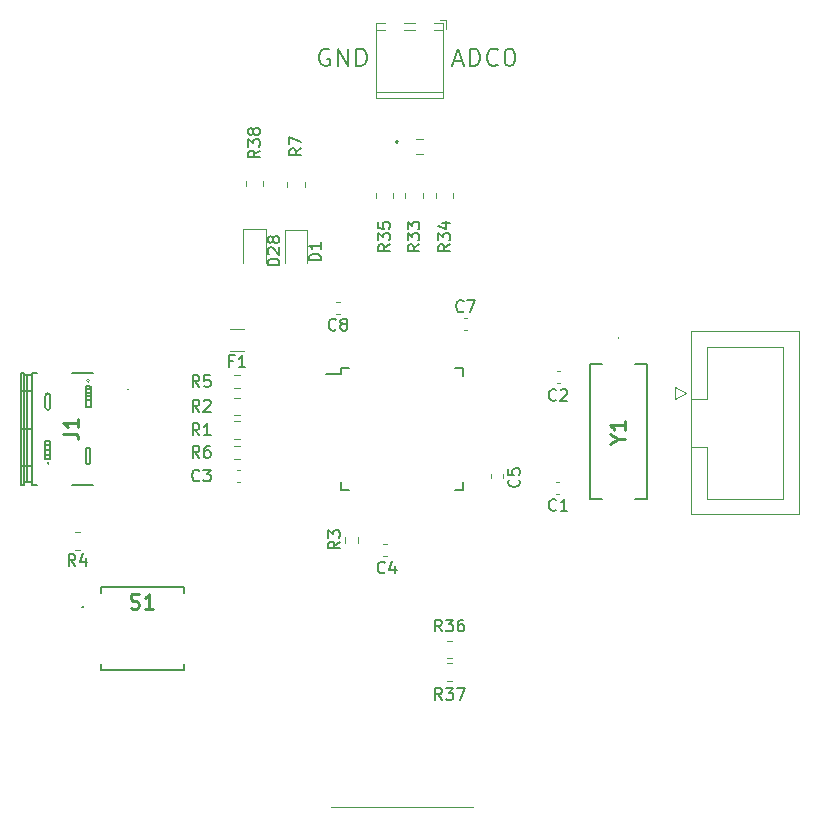
<source format=gbr>
%TF.GenerationSoftware,KiCad,Pcbnew,7.0.6-7.0.6~ubuntu20.04.1*%
%TF.CreationDate,2023-07-18T17:21:29-05:00*%
%TF.ProjectId,basic_microcontroller,62617369-635f-46d6-9963-726f636f6e74,rev?*%
%TF.SameCoordinates,Original*%
%TF.FileFunction,Legend,Top*%
%TF.FilePolarity,Positive*%
%FSLAX46Y46*%
G04 Gerber Fmt 4.6, Leading zero omitted, Abs format (unit mm)*
G04 Created by KiCad (PCBNEW 7.0.6-7.0.6~ubuntu20.04.1) date 2023-07-18 17:21:29*
%MOMM*%
%LPD*%
G01*
G04 APERTURE LIST*
%ADD10C,0.150000*%
%ADD11C,0.254000*%
%ADD12C,0.120000*%
%ADD13C,0.200000*%
%ADD14C,0.100000*%
G04 APERTURE END LIST*
D10*
X154384398Y-68880057D02*
X155098684Y-68880057D01*
X154241541Y-69308628D02*
X154741541Y-67808628D01*
X154741541Y-67808628D02*
X155241541Y-69308628D01*
X155741540Y-69308628D02*
X155741540Y-67808628D01*
X155741540Y-67808628D02*
X156098683Y-67808628D01*
X156098683Y-67808628D02*
X156312969Y-67880057D01*
X156312969Y-67880057D02*
X156455826Y-68022914D01*
X156455826Y-68022914D02*
X156527255Y-68165771D01*
X156527255Y-68165771D02*
X156598683Y-68451485D01*
X156598683Y-68451485D02*
X156598683Y-68665771D01*
X156598683Y-68665771D02*
X156527255Y-68951485D01*
X156527255Y-68951485D02*
X156455826Y-69094342D01*
X156455826Y-69094342D02*
X156312969Y-69237200D01*
X156312969Y-69237200D02*
X156098683Y-69308628D01*
X156098683Y-69308628D02*
X155741540Y-69308628D01*
X158098683Y-69165771D02*
X158027255Y-69237200D01*
X158027255Y-69237200D02*
X157812969Y-69308628D01*
X157812969Y-69308628D02*
X157670112Y-69308628D01*
X157670112Y-69308628D02*
X157455826Y-69237200D01*
X157455826Y-69237200D02*
X157312969Y-69094342D01*
X157312969Y-69094342D02*
X157241540Y-68951485D01*
X157241540Y-68951485D02*
X157170112Y-68665771D01*
X157170112Y-68665771D02*
X157170112Y-68451485D01*
X157170112Y-68451485D02*
X157241540Y-68165771D01*
X157241540Y-68165771D02*
X157312969Y-68022914D01*
X157312969Y-68022914D02*
X157455826Y-67880057D01*
X157455826Y-67880057D02*
X157670112Y-67808628D01*
X157670112Y-67808628D02*
X157812969Y-67808628D01*
X157812969Y-67808628D02*
X158027255Y-67880057D01*
X158027255Y-67880057D02*
X158098683Y-67951485D01*
X159027255Y-67808628D02*
X159170112Y-67808628D01*
X159170112Y-67808628D02*
X159312969Y-67880057D01*
X159312969Y-67880057D02*
X159384398Y-67951485D01*
X159384398Y-67951485D02*
X159455826Y-68094342D01*
X159455826Y-68094342D02*
X159527255Y-68380057D01*
X159527255Y-68380057D02*
X159527255Y-68737200D01*
X159527255Y-68737200D02*
X159455826Y-69022914D01*
X159455826Y-69022914D02*
X159384398Y-69165771D01*
X159384398Y-69165771D02*
X159312969Y-69237200D01*
X159312969Y-69237200D02*
X159170112Y-69308628D01*
X159170112Y-69308628D02*
X159027255Y-69308628D01*
X159027255Y-69308628D02*
X158884398Y-69237200D01*
X158884398Y-69237200D02*
X158812969Y-69165771D01*
X158812969Y-69165771D02*
X158741540Y-69022914D01*
X158741540Y-69022914D02*
X158670112Y-68737200D01*
X158670112Y-68737200D02*
X158670112Y-68380057D01*
X158670112Y-68380057D02*
X158741540Y-68094342D01*
X158741540Y-68094342D02*
X158812969Y-67951485D01*
X158812969Y-67951485D02*
X158884398Y-67880057D01*
X158884398Y-67880057D02*
X159027255Y-67808628D01*
X143841541Y-67880057D02*
X143698684Y-67808628D01*
X143698684Y-67808628D02*
X143484398Y-67808628D01*
X143484398Y-67808628D02*
X143270112Y-67880057D01*
X143270112Y-67880057D02*
X143127255Y-68022914D01*
X143127255Y-68022914D02*
X143055826Y-68165771D01*
X143055826Y-68165771D02*
X142984398Y-68451485D01*
X142984398Y-68451485D02*
X142984398Y-68665771D01*
X142984398Y-68665771D02*
X143055826Y-68951485D01*
X143055826Y-68951485D02*
X143127255Y-69094342D01*
X143127255Y-69094342D02*
X143270112Y-69237200D01*
X143270112Y-69237200D02*
X143484398Y-69308628D01*
X143484398Y-69308628D02*
X143627255Y-69308628D01*
X143627255Y-69308628D02*
X143841541Y-69237200D01*
X143841541Y-69237200D02*
X143912969Y-69165771D01*
X143912969Y-69165771D02*
X143912969Y-68665771D01*
X143912969Y-68665771D02*
X143627255Y-68665771D01*
X144555826Y-69308628D02*
X144555826Y-67808628D01*
X144555826Y-67808628D02*
X145412969Y-69308628D01*
X145412969Y-69308628D02*
X145412969Y-67808628D01*
X146127255Y-69308628D02*
X146127255Y-67808628D01*
X146127255Y-67808628D02*
X146484398Y-67808628D01*
X146484398Y-67808628D02*
X146698684Y-67880057D01*
X146698684Y-67880057D02*
X146841541Y-68022914D01*
X146841541Y-68022914D02*
X146912970Y-68165771D01*
X146912970Y-68165771D02*
X146984398Y-68451485D01*
X146984398Y-68451485D02*
X146984398Y-68665771D01*
X146984398Y-68665771D02*
X146912970Y-68951485D01*
X146912970Y-68951485D02*
X146841541Y-69094342D01*
X146841541Y-69094342D02*
X146698684Y-69237200D01*
X146698684Y-69237200D02*
X146484398Y-69308628D01*
X146484398Y-69308628D02*
X146127255Y-69308628D01*
X144724819Y-109566666D02*
X144248628Y-109899999D01*
X144724819Y-110138094D02*
X143724819Y-110138094D01*
X143724819Y-110138094D02*
X143724819Y-109757142D01*
X143724819Y-109757142D02*
X143772438Y-109661904D01*
X143772438Y-109661904D02*
X143820057Y-109614285D01*
X143820057Y-109614285D02*
X143915295Y-109566666D01*
X143915295Y-109566666D02*
X144058152Y-109566666D01*
X144058152Y-109566666D02*
X144153390Y-109614285D01*
X144153390Y-109614285D02*
X144201009Y-109661904D01*
X144201009Y-109661904D02*
X144248628Y-109757142D01*
X144248628Y-109757142D02*
X144248628Y-110138094D01*
X143724819Y-109233332D02*
X143724819Y-108614285D01*
X143724819Y-108614285D02*
X144105771Y-108947618D01*
X144105771Y-108947618D02*
X144105771Y-108804761D01*
X144105771Y-108804761D02*
X144153390Y-108709523D01*
X144153390Y-108709523D02*
X144201009Y-108661904D01*
X144201009Y-108661904D02*
X144296247Y-108614285D01*
X144296247Y-108614285D02*
X144534342Y-108614285D01*
X144534342Y-108614285D02*
X144629580Y-108661904D01*
X144629580Y-108661904D02*
X144677200Y-108709523D01*
X144677200Y-108709523D02*
X144724819Y-108804761D01*
X144724819Y-108804761D02*
X144724819Y-109090475D01*
X144724819Y-109090475D02*
X144677200Y-109185713D01*
X144677200Y-109185713D02*
X144629580Y-109233332D01*
X144395833Y-91589580D02*
X144348214Y-91637200D01*
X144348214Y-91637200D02*
X144205357Y-91684819D01*
X144205357Y-91684819D02*
X144110119Y-91684819D01*
X144110119Y-91684819D02*
X143967262Y-91637200D01*
X143967262Y-91637200D02*
X143872024Y-91541961D01*
X143872024Y-91541961D02*
X143824405Y-91446723D01*
X143824405Y-91446723D02*
X143776786Y-91256247D01*
X143776786Y-91256247D02*
X143776786Y-91113390D01*
X143776786Y-91113390D02*
X143824405Y-90922914D01*
X143824405Y-90922914D02*
X143872024Y-90827676D01*
X143872024Y-90827676D02*
X143967262Y-90732438D01*
X143967262Y-90732438D02*
X144110119Y-90684819D01*
X144110119Y-90684819D02*
X144205357Y-90684819D01*
X144205357Y-90684819D02*
X144348214Y-90732438D01*
X144348214Y-90732438D02*
X144395833Y-90780057D01*
X144967262Y-91113390D02*
X144872024Y-91065771D01*
X144872024Y-91065771D02*
X144824405Y-91018152D01*
X144824405Y-91018152D02*
X144776786Y-90922914D01*
X144776786Y-90922914D02*
X144776786Y-90875295D01*
X144776786Y-90875295D02*
X144824405Y-90780057D01*
X144824405Y-90780057D02*
X144872024Y-90732438D01*
X144872024Y-90732438D02*
X144967262Y-90684819D01*
X144967262Y-90684819D02*
X145157738Y-90684819D01*
X145157738Y-90684819D02*
X145252976Y-90732438D01*
X145252976Y-90732438D02*
X145300595Y-90780057D01*
X145300595Y-90780057D02*
X145348214Y-90875295D01*
X145348214Y-90875295D02*
X145348214Y-90922914D01*
X145348214Y-90922914D02*
X145300595Y-91018152D01*
X145300595Y-91018152D02*
X145252976Y-91065771D01*
X145252976Y-91065771D02*
X145157738Y-91113390D01*
X145157738Y-91113390D02*
X144967262Y-91113390D01*
X144967262Y-91113390D02*
X144872024Y-91161009D01*
X144872024Y-91161009D02*
X144824405Y-91208628D01*
X144824405Y-91208628D02*
X144776786Y-91303866D01*
X144776786Y-91303866D02*
X144776786Y-91494342D01*
X144776786Y-91494342D02*
X144824405Y-91589580D01*
X144824405Y-91589580D02*
X144872024Y-91637200D01*
X144872024Y-91637200D02*
X144967262Y-91684819D01*
X144967262Y-91684819D02*
X145157738Y-91684819D01*
X145157738Y-91684819D02*
X145252976Y-91637200D01*
X145252976Y-91637200D02*
X145300595Y-91589580D01*
X145300595Y-91589580D02*
X145348214Y-91494342D01*
X145348214Y-91494342D02*
X145348214Y-91303866D01*
X145348214Y-91303866D02*
X145300595Y-91208628D01*
X145300595Y-91208628D02*
X145252976Y-91161009D01*
X145252976Y-91161009D02*
X145157738Y-91113390D01*
X132833333Y-102454819D02*
X132500000Y-101978628D01*
X132261905Y-102454819D02*
X132261905Y-101454819D01*
X132261905Y-101454819D02*
X132642857Y-101454819D01*
X132642857Y-101454819D02*
X132738095Y-101502438D01*
X132738095Y-101502438D02*
X132785714Y-101550057D01*
X132785714Y-101550057D02*
X132833333Y-101645295D01*
X132833333Y-101645295D02*
X132833333Y-101788152D01*
X132833333Y-101788152D02*
X132785714Y-101883390D01*
X132785714Y-101883390D02*
X132738095Y-101931009D01*
X132738095Y-101931009D02*
X132642857Y-101978628D01*
X132642857Y-101978628D02*
X132261905Y-101978628D01*
X133690476Y-101454819D02*
X133500000Y-101454819D01*
X133500000Y-101454819D02*
X133404762Y-101502438D01*
X133404762Y-101502438D02*
X133357143Y-101550057D01*
X133357143Y-101550057D02*
X133261905Y-101692914D01*
X133261905Y-101692914D02*
X133214286Y-101883390D01*
X133214286Y-101883390D02*
X133214286Y-102264342D01*
X133214286Y-102264342D02*
X133261905Y-102359580D01*
X133261905Y-102359580D02*
X133309524Y-102407200D01*
X133309524Y-102407200D02*
X133404762Y-102454819D01*
X133404762Y-102454819D02*
X133595238Y-102454819D01*
X133595238Y-102454819D02*
X133690476Y-102407200D01*
X133690476Y-102407200D02*
X133738095Y-102359580D01*
X133738095Y-102359580D02*
X133785714Y-102264342D01*
X133785714Y-102264342D02*
X133785714Y-102026247D01*
X133785714Y-102026247D02*
X133738095Y-101931009D01*
X133738095Y-101931009D02*
X133690476Y-101883390D01*
X133690476Y-101883390D02*
X133595238Y-101835771D01*
X133595238Y-101835771D02*
X133404762Y-101835771D01*
X133404762Y-101835771D02*
X133309524Y-101883390D01*
X133309524Y-101883390D02*
X133261905Y-101931009D01*
X133261905Y-101931009D02*
X133214286Y-102026247D01*
X132833333Y-96454819D02*
X132500000Y-95978628D01*
X132261905Y-96454819D02*
X132261905Y-95454819D01*
X132261905Y-95454819D02*
X132642857Y-95454819D01*
X132642857Y-95454819D02*
X132738095Y-95502438D01*
X132738095Y-95502438D02*
X132785714Y-95550057D01*
X132785714Y-95550057D02*
X132833333Y-95645295D01*
X132833333Y-95645295D02*
X132833333Y-95788152D01*
X132833333Y-95788152D02*
X132785714Y-95883390D01*
X132785714Y-95883390D02*
X132738095Y-95931009D01*
X132738095Y-95931009D02*
X132642857Y-95978628D01*
X132642857Y-95978628D02*
X132261905Y-95978628D01*
X133738095Y-95454819D02*
X133261905Y-95454819D01*
X133261905Y-95454819D02*
X133214286Y-95931009D01*
X133214286Y-95931009D02*
X133261905Y-95883390D01*
X133261905Y-95883390D02*
X133357143Y-95835771D01*
X133357143Y-95835771D02*
X133595238Y-95835771D01*
X133595238Y-95835771D02*
X133690476Y-95883390D01*
X133690476Y-95883390D02*
X133738095Y-95931009D01*
X133738095Y-95931009D02*
X133785714Y-96026247D01*
X133785714Y-96026247D02*
X133785714Y-96264342D01*
X133785714Y-96264342D02*
X133738095Y-96359580D01*
X133738095Y-96359580D02*
X133690476Y-96407200D01*
X133690476Y-96407200D02*
X133595238Y-96454819D01*
X133595238Y-96454819D02*
X133357143Y-96454819D01*
X133357143Y-96454819D02*
X133261905Y-96407200D01*
X133261905Y-96407200D02*
X133214286Y-96359580D01*
X135666666Y-94251009D02*
X135333333Y-94251009D01*
X135333333Y-94774819D02*
X135333333Y-93774819D01*
X135333333Y-93774819D02*
X135809523Y-93774819D01*
X136714285Y-94774819D02*
X136142857Y-94774819D01*
X136428571Y-94774819D02*
X136428571Y-93774819D01*
X136428571Y-93774819D02*
X136333333Y-93917676D01*
X136333333Y-93917676D02*
X136238095Y-94012914D01*
X136238095Y-94012914D02*
X136142857Y-94060533D01*
X148954819Y-84392857D02*
X148478628Y-84726190D01*
X148954819Y-84964285D02*
X147954819Y-84964285D01*
X147954819Y-84964285D02*
X147954819Y-84583333D01*
X147954819Y-84583333D02*
X148002438Y-84488095D01*
X148002438Y-84488095D02*
X148050057Y-84440476D01*
X148050057Y-84440476D02*
X148145295Y-84392857D01*
X148145295Y-84392857D02*
X148288152Y-84392857D01*
X148288152Y-84392857D02*
X148383390Y-84440476D01*
X148383390Y-84440476D02*
X148431009Y-84488095D01*
X148431009Y-84488095D02*
X148478628Y-84583333D01*
X148478628Y-84583333D02*
X148478628Y-84964285D01*
X147954819Y-84059523D02*
X147954819Y-83440476D01*
X147954819Y-83440476D02*
X148335771Y-83773809D01*
X148335771Y-83773809D02*
X148335771Y-83630952D01*
X148335771Y-83630952D02*
X148383390Y-83535714D01*
X148383390Y-83535714D02*
X148431009Y-83488095D01*
X148431009Y-83488095D02*
X148526247Y-83440476D01*
X148526247Y-83440476D02*
X148764342Y-83440476D01*
X148764342Y-83440476D02*
X148859580Y-83488095D01*
X148859580Y-83488095D02*
X148907200Y-83535714D01*
X148907200Y-83535714D02*
X148954819Y-83630952D01*
X148954819Y-83630952D02*
X148954819Y-83916666D01*
X148954819Y-83916666D02*
X148907200Y-84011904D01*
X148907200Y-84011904D02*
X148859580Y-84059523D01*
X147954819Y-82535714D02*
X147954819Y-83011904D01*
X147954819Y-83011904D02*
X148431009Y-83059523D01*
X148431009Y-83059523D02*
X148383390Y-83011904D01*
X148383390Y-83011904D02*
X148335771Y-82916666D01*
X148335771Y-82916666D02*
X148335771Y-82678571D01*
X148335771Y-82678571D02*
X148383390Y-82583333D01*
X148383390Y-82583333D02*
X148431009Y-82535714D01*
X148431009Y-82535714D02*
X148526247Y-82488095D01*
X148526247Y-82488095D02*
X148764342Y-82488095D01*
X148764342Y-82488095D02*
X148859580Y-82535714D01*
X148859580Y-82535714D02*
X148907200Y-82583333D01*
X148907200Y-82583333D02*
X148954819Y-82678571D01*
X148954819Y-82678571D02*
X148954819Y-82916666D01*
X148954819Y-82916666D02*
X148907200Y-83011904D01*
X148907200Y-83011904D02*
X148859580Y-83059523D01*
D11*
X127002380Y-115163842D02*
X127183809Y-115224318D01*
X127183809Y-115224318D02*
X127486190Y-115224318D01*
X127486190Y-115224318D02*
X127607142Y-115163842D01*
X127607142Y-115163842D02*
X127667618Y-115103365D01*
X127667618Y-115103365D02*
X127728095Y-114982413D01*
X127728095Y-114982413D02*
X127728095Y-114861461D01*
X127728095Y-114861461D02*
X127667618Y-114740508D01*
X127667618Y-114740508D02*
X127607142Y-114680032D01*
X127607142Y-114680032D02*
X127486190Y-114619556D01*
X127486190Y-114619556D02*
X127244285Y-114559080D01*
X127244285Y-114559080D02*
X127123333Y-114498603D01*
X127123333Y-114498603D02*
X127062856Y-114438127D01*
X127062856Y-114438127D02*
X127002380Y-114317175D01*
X127002380Y-114317175D02*
X127002380Y-114196222D01*
X127002380Y-114196222D02*
X127062856Y-114075270D01*
X127062856Y-114075270D02*
X127123333Y-114014794D01*
X127123333Y-114014794D02*
X127244285Y-113954318D01*
X127244285Y-113954318D02*
X127546666Y-113954318D01*
X127546666Y-113954318D02*
X127728095Y-114014794D01*
X128937619Y-115224318D02*
X128211904Y-115224318D01*
X128574761Y-115224318D02*
X128574761Y-113954318D01*
X128574761Y-113954318D02*
X128453809Y-114135746D01*
X128453809Y-114135746D02*
X128332857Y-114256699D01*
X128332857Y-114256699D02*
X128211904Y-114317175D01*
D10*
X132833333Y-100554819D02*
X132500000Y-100078628D01*
X132261905Y-100554819D02*
X132261905Y-99554819D01*
X132261905Y-99554819D02*
X132642857Y-99554819D01*
X132642857Y-99554819D02*
X132738095Y-99602438D01*
X132738095Y-99602438D02*
X132785714Y-99650057D01*
X132785714Y-99650057D02*
X132833333Y-99745295D01*
X132833333Y-99745295D02*
X132833333Y-99888152D01*
X132833333Y-99888152D02*
X132785714Y-99983390D01*
X132785714Y-99983390D02*
X132738095Y-100031009D01*
X132738095Y-100031009D02*
X132642857Y-100078628D01*
X132642857Y-100078628D02*
X132261905Y-100078628D01*
X133785714Y-100554819D02*
X133214286Y-100554819D01*
X133500000Y-100554819D02*
X133500000Y-99554819D01*
X133500000Y-99554819D02*
X133404762Y-99697676D01*
X133404762Y-99697676D02*
X133309524Y-99792914D01*
X133309524Y-99792914D02*
X133214286Y-99840533D01*
X153357142Y-122954819D02*
X153023809Y-122478628D01*
X152785714Y-122954819D02*
X152785714Y-121954819D01*
X152785714Y-121954819D02*
X153166666Y-121954819D01*
X153166666Y-121954819D02*
X153261904Y-122002438D01*
X153261904Y-122002438D02*
X153309523Y-122050057D01*
X153309523Y-122050057D02*
X153357142Y-122145295D01*
X153357142Y-122145295D02*
X153357142Y-122288152D01*
X153357142Y-122288152D02*
X153309523Y-122383390D01*
X153309523Y-122383390D02*
X153261904Y-122431009D01*
X153261904Y-122431009D02*
X153166666Y-122478628D01*
X153166666Y-122478628D02*
X152785714Y-122478628D01*
X153690476Y-121954819D02*
X154309523Y-121954819D01*
X154309523Y-121954819D02*
X153976190Y-122335771D01*
X153976190Y-122335771D02*
X154119047Y-122335771D01*
X154119047Y-122335771D02*
X154214285Y-122383390D01*
X154214285Y-122383390D02*
X154261904Y-122431009D01*
X154261904Y-122431009D02*
X154309523Y-122526247D01*
X154309523Y-122526247D02*
X154309523Y-122764342D01*
X154309523Y-122764342D02*
X154261904Y-122859580D01*
X154261904Y-122859580D02*
X154214285Y-122907200D01*
X154214285Y-122907200D02*
X154119047Y-122954819D01*
X154119047Y-122954819D02*
X153833333Y-122954819D01*
X153833333Y-122954819D02*
X153738095Y-122907200D01*
X153738095Y-122907200D02*
X153690476Y-122859580D01*
X154642857Y-121954819D02*
X155309523Y-121954819D01*
X155309523Y-121954819D02*
X154880952Y-122954819D01*
X139604819Y-86164285D02*
X138604819Y-86164285D01*
X138604819Y-86164285D02*
X138604819Y-85926190D01*
X138604819Y-85926190D02*
X138652438Y-85783333D01*
X138652438Y-85783333D02*
X138747676Y-85688095D01*
X138747676Y-85688095D02*
X138842914Y-85640476D01*
X138842914Y-85640476D02*
X139033390Y-85592857D01*
X139033390Y-85592857D02*
X139176247Y-85592857D01*
X139176247Y-85592857D02*
X139366723Y-85640476D01*
X139366723Y-85640476D02*
X139461961Y-85688095D01*
X139461961Y-85688095D02*
X139557200Y-85783333D01*
X139557200Y-85783333D02*
X139604819Y-85926190D01*
X139604819Y-85926190D02*
X139604819Y-86164285D01*
X138700057Y-85211904D02*
X138652438Y-85164285D01*
X138652438Y-85164285D02*
X138604819Y-85069047D01*
X138604819Y-85069047D02*
X138604819Y-84830952D01*
X138604819Y-84830952D02*
X138652438Y-84735714D01*
X138652438Y-84735714D02*
X138700057Y-84688095D01*
X138700057Y-84688095D02*
X138795295Y-84640476D01*
X138795295Y-84640476D02*
X138890533Y-84640476D01*
X138890533Y-84640476D02*
X139033390Y-84688095D01*
X139033390Y-84688095D02*
X139604819Y-85259523D01*
X139604819Y-85259523D02*
X139604819Y-84640476D01*
X139033390Y-84069047D02*
X138985771Y-84164285D01*
X138985771Y-84164285D02*
X138938152Y-84211904D01*
X138938152Y-84211904D02*
X138842914Y-84259523D01*
X138842914Y-84259523D02*
X138795295Y-84259523D01*
X138795295Y-84259523D02*
X138700057Y-84211904D01*
X138700057Y-84211904D02*
X138652438Y-84164285D01*
X138652438Y-84164285D02*
X138604819Y-84069047D01*
X138604819Y-84069047D02*
X138604819Y-83878571D01*
X138604819Y-83878571D02*
X138652438Y-83783333D01*
X138652438Y-83783333D02*
X138700057Y-83735714D01*
X138700057Y-83735714D02*
X138795295Y-83688095D01*
X138795295Y-83688095D02*
X138842914Y-83688095D01*
X138842914Y-83688095D02*
X138938152Y-83735714D01*
X138938152Y-83735714D02*
X138985771Y-83783333D01*
X138985771Y-83783333D02*
X139033390Y-83878571D01*
X139033390Y-83878571D02*
X139033390Y-84069047D01*
X139033390Y-84069047D02*
X139081009Y-84164285D01*
X139081009Y-84164285D02*
X139128628Y-84211904D01*
X139128628Y-84211904D02*
X139223866Y-84259523D01*
X139223866Y-84259523D02*
X139414342Y-84259523D01*
X139414342Y-84259523D02*
X139509580Y-84211904D01*
X139509580Y-84211904D02*
X139557200Y-84164285D01*
X139557200Y-84164285D02*
X139604819Y-84069047D01*
X139604819Y-84069047D02*
X139604819Y-83878571D01*
X139604819Y-83878571D02*
X139557200Y-83783333D01*
X139557200Y-83783333D02*
X139509580Y-83735714D01*
X139509580Y-83735714D02*
X139414342Y-83688095D01*
X139414342Y-83688095D02*
X139223866Y-83688095D01*
X139223866Y-83688095D02*
X139128628Y-83735714D01*
X139128628Y-83735714D02*
X139081009Y-83783333D01*
X139081009Y-83783333D02*
X139033390Y-83878571D01*
X153357142Y-117154819D02*
X153023809Y-116678628D01*
X152785714Y-117154819D02*
X152785714Y-116154819D01*
X152785714Y-116154819D02*
X153166666Y-116154819D01*
X153166666Y-116154819D02*
X153261904Y-116202438D01*
X153261904Y-116202438D02*
X153309523Y-116250057D01*
X153309523Y-116250057D02*
X153357142Y-116345295D01*
X153357142Y-116345295D02*
X153357142Y-116488152D01*
X153357142Y-116488152D02*
X153309523Y-116583390D01*
X153309523Y-116583390D02*
X153261904Y-116631009D01*
X153261904Y-116631009D02*
X153166666Y-116678628D01*
X153166666Y-116678628D02*
X152785714Y-116678628D01*
X153690476Y-116154819D02*
X154309523Y-116154819D01*
X154309523Y-116154819D02*
X153976190Y-116535771D01*
X153976190Y-116535771D02*
X154119047Y-116535771D01*
X154119047Y-116535771D02*
X154214285Y-116583390D01*
X154214285Y-116583390D02*
X154261904Y-116631009D01*
X154261904Y-116631009D02*
X154309523Y-116726247D01*
X154309523Y-116726247D02*
X154309523Y-116964342D01*
X154309523Y-116964342D02*
X154261904Y-117059580D01*
X154261904Y-117059580D02*
X154214285Y-117107200D01*
X154214285Y-117107200D02*
X154119047Y-117154819D01*
X154119047Y-117154819D02*
X153833333Y-117154819D01*
X153833333Y-117154819D02*
X153738095Y-117107200D01*
X153738095Y-117107200D02*
X153690476Y-117059580D01*
X155166666Y-116154819D02*
X154976190Y-116154819D01*
X154976190Y-116154819D02*
X154880952Y-116202438D01*
X154880952Y-116202438D02*
X154833333Y-116250057D01*
X154833333Y-116250057D02*
X154738095Y-116392914D01*
X154738095Y-116392914D02*
X154690476Y-116583390D01*
X154690476Y-116583390D02*
X154690476Y-116964342D01*
X154690476Y-116964342D02*
X154738095Y-117059580D01*
X154738095Y-117059580D02*
X154785714Y-117107200D01*
X154785714Y-117107200D02*
X154880952Y-117154819D01*
X154880952Y-117154819D02*
X155071428Y-117154819D01*
X155071428Y-117154819D02*
X155166666Y-117107200D01*
X155166666Y-117107200D02*
X155214285Y-117059580D01*
X155214285Y-117059580D02*
X155261904Y-116964342D01*
X155261904Y-116964342D02*
X155261904Y-116726247D01*
X155261904Y-116726247D02*
X155214285Y-116631009D01*
X155214285Y-116631009D02*
X155166666Y-116583390D01*
X155166666Y-116583390D02*
X155071428Y-116535771D01*
X155071428Y-116535771D02*
X154880952Y-116535771D01*
X154880952Y-116535771D02*
X154785714Y-116583390D01*
X154785714Y-116583390D02*
X154738095Y-116631009D01*
X154738095Y-116631009D02*
X154690476Y-116726247D01*
X163033333Y-97559580D02*
X162985714Y-97607200D01*
X162985714Y-97607200D02*
X162842857Y-97654819D01*
X162842857Y-97654819D02*
X162747619Y-97654819D01*
X162747619Y-97654819D02*
X162604762Y-97607200D01*
X162604762Y-97607200D02*
X162509524Y-97511961D01*
X162509524Y-97511961D02*
X162461905Y-97416723D01*
X162461905Y-97416723D02*
X162414286Y-97226247D01*
X162414286Y-97226247D02*
X162414286Y-97083390D01*
X162414286Y-97083390D02*
X162461905Y-96892914D01*
X162461905Y-96892914D02*
X162509524Y-96797676D01*
X162509524Y-96797676D02*
X162604762Y-96702438D01*
X162604762Y-96702438D02*
X162747619Y-96654819D01*
X162747619Y-96654819D02*
X162842857Y-96654819D01*
X162842857Y-96654819D02*
X162985714Y-96702438D01*
X162985714Y-96702438D02*
X163033333Y-96750057D01*
X163414286Y-96750057D02*
X163461905Y-96702438D01*
X163461905Y-96702438D02*
X163557143Y-96654819D01*
X163557143Y-96654819D02*
X163795238Y-96654819D01*
X163795238Y-96654819D02*
X163890476Y-96702438D01*
X163890476Y-96702438D02*
X163938095Y-96750057D01*
X163938095Y-96750057D02*
X163985714Y-96845295D01*
X163985714Y-96845295D02*
X163985714Y-96940533D01*
X163985714Y-96940533D02*
X163938095Y-97083390D01*
X163938095Y-97083390D02*
X163366667Y-97654819D01*
X163366667Y-97654819D02*
X163985714Y-97654819D01*
X132833333Y-104359580D02*
X132785714Y-104407200D01*
X132785714Y-104407200D02*
X132642857Y-104454819D01*
X132642857Y-104454819D02*
X132547619Y-104454819D01*
X132547619Y-104454819D02*
X132404762Y-104407200D01*
X132404762Y-104407200D02*
X132309524Y-104311961D01*
X132309524Y-104311961D02*
X132261905Y-104216723D01*
X132261905Y-104216723D02*
X132214286Y-104026247D01*
X132214286Y-104026247D02*
X132214286Y-103883390D01*
X132214286Y-103883390D02*
X132261905Y-103692914D01*
X132261905Y-103692914D02*
X132309524Y-103597676D01*
X132309524Y-103597676D02*
X132404762Y-103502438D01*
X132404762Y-103502438D02*
X132547619Y-103454819D01*
X132547619Y-103454819D02*
X132642857Y-103454819D01*
X132642857Y-103454819D02*
X132785714Y-103502438D01*
X132785714Y-103502438D02*
X132833333Y-103550057D01*
X133166667Y-103454819D02*
X133785714Y-103454819D01*
X133785714Y-103454819D02*
X133452381Y-103835771D01*
X133452381Y-103835771D02*
X133595238Y-103835771D01*
X133595238Y-103835771D02*
X133690476Y-103883390D01*
X133690476Y-103883390D02*
X133738095Y-103931009D01*
X133738095Y-103931009D02*
X133785714Y-104026247D01*
X133785714Y-104026247D02*
X133785714Y-104264342D01*
X133785714Y-104264342D02*
X133738095Y-104359580D01*
X133738095Y-104359580D02*
X133690476Y-104407200D01*
X133690476Y-104407200D02*
X133595238Y-104454819D01*
X133595238Y-104454819D02*
X133309524Y-104454819D01*
X133309524Y-104454819D02*
X133214286Y-104407200D01*
X133214286Y-104407200D02*
X133166667Y-104359580D01*
D11*
X121304318Y-100423332D02*
X122211461Y-100423332D01*
X122211461Y-100423332D02*
X122392889Y-100483809D01*
X122392889Y-100483809D02*
X122513842Y-100604761D01*
X122513842Y-100604761D02*
X122574318Y-100786190D01*
X122574318Y-100786190D02*
X122574318Y-100907142D01*
X122574318Y-99153332D02*
X122574318Y-99879047D01*
X122574318Y-99516190D02*
X121304318Y-99516190D01*
X121304318Y-99516190D02*
X121485746Y-99637142D01*
X121485746Y-99637142D02*
X121606699Y-99758094D01*
X121606699Y-99758094D02*
X121667175Y-99879047D01*
D10*
X154054819Y-84392857D02*
X153578628Y-84726190D01*
X154054819Y-84964285D02*
X153054819Y-84964285D01*
X153054819Y-84964285D02*
X153054819Y-84583333D01*
X153054819Y-84583333D02*
X153102438Y-84488095D01*
X153102438Y-84488095D02*
X153150057Y-84440476D01*
X153150057Y-84440476D02*
X153245295Y-84392857D01*
X153245295Y-84392857D02*
X153388152Y-84392857D01*
X153388152Y-84392857D02*
X153483390Y-84440476D01*
X153483390Y-84440476D02*
X153531009Y-84488095D01*
X153531009Y-84488095D02*
X153578628Y-84583333D01*
X153578628Y-84583333D02*
X153578628Y-84964285D01*
X153054819Y-84059523D02*
X153054819Y-83440476D01*
X153054819Y-83440476D02*
X153435771Y-83773809D01*
X153435771Y-83773809D02*
X153435771Y-83630952D01*
X153435771Y-83630952D02*
X153483390Y-83535714D01*
X153483390Y-83535714D02*
X153531009Y-83488095D01*
X153531009Y-83488095D02*
X153626247Y-83440476D01*
X153626247Y-83440476D02*
X153864342Y-83440476D01*
X153864342Y-83440476D02*
X153959580Y-83488095D01*
X153959580Y-83488095D02*
X154007200Y-83535714D01*
X154007200Y-83535714D02*
X154054819Y-83630952D01*
X154054819Y-83630952D02*
X154054819Y-83916666D01*
X154054819Y-83916666D02*
X154007200Y-84011904D01*
X154007200Y-84011904D02*
X153959580Y-84059523D01*
X153388152Y-82583333D02*
X154054819Y-82583333D01*
X153007200Y-82821428D02*
X153721485Y-83059523D01*
X153721485Y-83059523D02*
X153721485Y-82440476D01*
X163033333Y-106859580D02*
X162985714Y-106907200D01*
X162985714Y-106907200D02*
X162842857Y-106954819D01*
X162842857Y-106954819D02*
X162747619Y-106954819D01*
X162747619Y-106954819D02*
X162604762Y-106907200D01*
X162604762Y-106907200D02*
X162509524Y-106811961D01*
X162509524Y-106811961D02*
X162461905Y-106716723D01*
X162461905Y-106716723D02*
X162414286Y-106526247D01*
X162414286Y-106526247D02*
X162414286Y-106383390D01*
X162414286Y-106383390D02*
X162461905Y-106192914D01*
X162461905Y-106192914D02*
X162509524Y-106097676D01*
X162509524Y-106097676D02*
X162604762Y-106002438D01*
X162604762Y-106002438D02*
X162747619Y-105954819D01*
X162747619Y-105954819D02*
X162842857Y-105954819D01*
X162842857Y-105954819D02*
X162985714Y-106002438D01*
X162985714Y-106002438D02*
X163033333Y-106050057D01*
X163985714Y-106954819D02*
X163414286Y-106954819D01*
X163700000Y-106954819D02*
X163700000Y-105954819D01*
X163700000Y-105954819D02*
X163604762Y-106097676D01*
X163604762Y-106097676D02*
X163509524Y-106192914D01*
X163509524Y-106192914D02*
X163414286Y-106240533D01*
D11*
X168269556Y-100854761D02*
X168874318Y-100854761D01*
X167604318Y-101278094D02*
X168269556Y-100854761D01*
X168269556Y-100854761D02*
X167604318Y-100431427D01*
X168874318Y-99342856D02*
X168874318Y-100068571D01*
X168874318Y-99705714D02*
X167604318Y-99705714D01*
X167604318Y-99705714D02*
X167785746Y-99826666D01*
X167785746Y-99826666D02*
X167906699Y-99947618D01*
X167906699Y-99947618D02*
X167967175Y-100068571D01*
D10*
X137954819Y-76442857D02*
X137478628Y-76776190D01*
X137954819Y-77014285D02*
X136954819Y-77014285D01*
X136954819Y-77014285D02*
X136954819Y-76633333D01*
X136954819Y-76633333D02*
X137002438Y-76538095D01*
X137002438Y-76538095D02*
X137050057Y-76490476D01*
X137050057Y-76490476D02*
X137145295Y-76442857D01*
X137145295Y-76442857D02*
X137288152Y-76442857D01*
X137288152Y-76442857D02*
X137383390Y-76490476D01*
X137383390Y-76490476D02*
X137431009Y-76538095D01*
X137431009Y-76538095D02*
X137478628Y-76633333D01*
X137478628Y-76633333D02*
X137478628Y-77014285D01*
X136954819Y-76109523D02*
X136954819Y-75490476D01*
X136954819Y-75490476D02*
X137335771Y-75823809D01*
X137335771Y-75823809D02*
X137335771Y-75680952D01*
X137335771Y-75680952D02*
X137383390Y-75585714D01*
X137383390Y-75585714D02*
X137431009Y-75538095D01*
X137431009Y-75538095D02*
X137526247Y-75490476D01*
X137526247Y-75490476D02*
X137764342Y-75490476D01*
X137764342Y-75490476D02*
X137859580Y-75538095D01*
X137859580Y-75538095D02*
X137907200Y-75585714D01*
X137907200Y-75585714D02*
X137954819Y-75680952D01*
X137954819Y-75680952D02*
X137954819Y-75966666D01*
X137954819Y-75966666D02*
X137907200Y-76061904D01*
X137907200Y-76061904D02*
X137859580Y-76109523D01*
X137383390Y-74919047D02*
X137335771Y-75014285D01*
X137335771Y-75014285D02*
X137288152Y-75061904D01*
X137288152Y-75061904D02*
X137192914Y-75109523D01*
X137192914Y-75109523D02*
X137145295Y-75109523D01*
X137145295Y-75109523D02*
X137050057Y-75061904D01*
X137050057Y-75061904D02*
X137002438Y-75014285D01*
X137002438Y-75014285D02*
X136954819Y-74919047D01*
X136954819Y-74919047D02*
X136954819Y-74728571D01*
X136954819Y-74728571D02*
X137002438Y-74633333D01*
X137002438Y-74633333D02*
X137050057Y-74585714D01*
X137050057Y-74585714D02*
X137145295Y-74538095D01*
X137145295Y-74538095D02*
X137192914Y-74538095D01*
X137192914Y-74538095D02*
X137288152Y-74585714D01*
X137288152Y-74585714D02*
X137335771Y-74633333D01*
X137335771Y-74633333D02*
X137383390Y-74728571D01*
X137383390Y-74728571D02*
X137383390Y-74919047D01*
X137383390Y-74919047D02*
X137431009Y-75014285D01*
X137431009Y-75014285D02*
X137478628Y-75061904D01*
X137478628Y-75061904D02*
X137573866Y-75109523D01*
X137573866Y-75109523D02*
X137764342Y-75109523D01*
X137764342Y-75109523D02*
X137859580Y-75061904D01*
X137859580Y-75061904D02*
X137907200Y-75014285D01*
X137907200Y-75014285D02*
X137954819Y-74919047D01*
X137954819Y-74919047D02*
X137954819Y-74728571D01*
X137954819Y-74728571D02*
X137907200Y-74633333D01*
X137907200Y-74633333D02*
X137859580Y-74585714D01*
X137859580Y-74585714D02*
X137764342Y-74538095D01*
X137764342Y-74538095D02*
X137573866Y-74538095D01*
X137573866Y-74538095D02*
X137478628Y-74585714D01*
X137478628Y-74585714D02*
X137431009Y-74633333D01*
X137431009Y-74633333D02*
X137383390Y-74728571D01*
X155195833Y-90029580D02*
X155148214Y-90077200D01*
X155148214Y-90077200D02*
X155005357Y-90124819D01*
X155005357Y-90124819D02*
X154910119Y-90124819D01*
X154910119Y-90124819D02*
X154767262Y-90077200D01*
X154767262Y-90077200D02*
X154672024Y-89981961D01*
X154672024Y-89981961D02*
X154624405Y-89886723D01*
X154624405Y-89886723D02*
X154576786Y-89696247D01*
X154576786Y-89696247D02*
X154576786Y-89553390D01*
X154576786Y-89553390D02*
X154624405Y-89362914D01*
X154624405Y-89362914D02*
X154672024Y-89267676D01*
X154672024Y-89267676D02*
X154767262Y-89172438D01*
X154767262Y-89172438D02*
X154910119Y-89124819D01*
X154910119Y-89124819D02*
X155005357Y-89124819D01*
X155005357Y-89124819D02*
X155148214Y-89172438D01*
X155148214Y-89172438D02*
X155195833Y-89220057D01*
X155529167Y-89124819D02*
X156195833Y-89124819D01*
X156195833Y-89124819D02*
X155767262Y-90124819D01*
X141454819Y-76266666D02*
X140978628Y-76599999D01*
X141454819Y-76838094D02*
X140454819Y-76838094D01*
X140454819Y-76838094D02*
X140454819Y-76457142D01*
X140454819Y-76457142D02*
X140502438Y-76361904D01*
X140502438Y-76361904D02*
X140550057Y-76314285D01*
X140550057Y-76314285D02*
X140645295Y-76266666D01*
X140645295Y-76266666D02*
X140788152Y-76266666D01*
X140788152Y-76266666D02*
X140883390Y-76314285D01*
X140883390Y-76314285D02*
X140931009Y-76361904D01*
X140931009Y-76361904D02*
X140978628Y-76457142D01*
X140978628Y-76457142D02*
X140978628Y-76838094D01*
X140454819Y-75933332D02*
X140454819Y-75266666D01*
X140454819Y-75266666D02*
X141454819Y-75695237D01*
X148533333Y-112159580D02*
X148485714Y-112207200D01*
X148485714Y-112207200D02*
X148342857Y-112254819D01*
X148342857Y-112254819D02*
X148247619Y-112254819D01*
X148247619Y-112254819D02*
X148104762Y-112207200D01*
X148104762Y-112207200D02*
X148009524Y-112111961D01*
X148009524Y-112111961D02*
X147961905Y-112016723D01*
X147961905Y-112016723D02*
X147914286Y-111826247D01*
X147914286Y-111826247D02*
X147914286Y-111683390D01*
X147914286Y-111683390D02*
X147961905Y-111492914D01*
X147961905Y-111492914D02*
X148009524Y-111397676D01*
X148009524Y-111397676D02*
X148104762Y-111302438D01*
X148104762Y-111302438D02*
X148247619Y-111254819D01*
X148247619Y-111254819D02*
X148342857Y-111254819D01*
X148342857Y-111254819D02*
X148485714Y-111302438D01*
X148485714Y-111302438D02*
X148533333Y-111350057D01*
X149390476Y-111588152D02*
X149390476Y-112254819D01*
X149152381Y-111207200D02*
X148914286Y-111921485D01*
X148914286Y-111921485D02*
X149533333Y-111921485D01*
X151454819Y-84392857D02*
X150978628Y-84726190D01*
X151454819Y-84964285D02*
X150454819Y-84964285D01*
X150454819Y-84964285D02*
X150454819Y-84583333D01*
X150454819Y-84583333D02*
X150502438Y-84488095D01*
X150502438Y-84488095D02*
X150550057Y-84440476D01*
X150550057Y-84440476D02*
X150645295Y-84392857D01*
X150645295Y-84392857D02*
X150788152Y-84392857D01*
X150788152Y-84392857D02*
X150883390Y-84440476D01*
X150883390Y-84440476D02*
X150931009Y-84488095D01*
X150931009Y-84488095D02*
X150978628Y-84583333D01*
X150978628Y-84583333D02*
X150978628Y-84964285D01*
X150454819Y-84059523D02*
X150454819Y-83440476D01*
X150454819Y-83440476D02*
X150835771Y-83773809D01*
X150835771Y-83773809D02*
X150835771Y-83630952D01*
X150835771Y-83630952D02*
X150883390Y-83535714D01*
X150883390Y-83535714D02*
X150931009Y-83488095D01*
X150931009Y-83488095D02*
X151026247Y-83440476D01*
X151026247Y-83440476D02*
X151264342Y-83440476D01*
X151264342Y-83440476D02*
X151359580Y-83488095D01*
X151359580Y-83488095D02*
X151407200Y-83535714D01*
X151407200Y-83535714D02*
X151454819Y-83630952D01*
X151454819Y-83630952D02*
X151454819Y-83916666D01*
X151454819Y-83916666D02*
X151407200Y-84011904D01*
X151407200Y-84011904D02*
X151359580Y-84059523D01*
X150454819Y-83107142D02*
X150454819Y-82488095D01*
X150454819Y-82488095D02*
X150835771Y-82821428D01*
X150835771Y-82821428D02*
X150835771Y-82678571D01*
X150835771Y-82678571D02*
X150883390Y-82583333D01*
X150883390Y-82583333D02*
X150931009Y-82535714D01*
X150931009Y-82535714D02*
X151026247Y-82488095D01*
X151026247Y-82488095D02*
X151264342Y-82488095D01*
X151264342Y-82488095D02*
X151359580Y-82535714D01*
X151359580Y-82535714D02*
X151407200Y-82583333D01*
X151407200Y-82583333D02*
X151454819Y-82678571D01*
X151454819Y-82678571D02*
X151454819Y-82964285D01*
X151454819Y-82964285D02*
X151407200Y-83059523D01*
X151407200Y-83059523D02*
X151359580Y-83107142D01*
X132833333Y-98554819D02*
X132500000Y-98078628D01*
X132261905Y-98554819D02*
X132261905Y-97554819D01*
X132261905Y-97554819D02*
X132642857Y-97554819D01*
X132642857Y-97554819D02*
X132738095Y-97602438D01*
X132738095Y-97602438D02*
X132785714Y-97650057D01*
X132785714Y-97650057D02*
X132833333Y-97745295D01*
X132833333Y-97745295D02*
X132833333Y-97888152D01*
X132833333Y-97888152D02*
X132785714Y-97983390D01*
X132785714Y-97983390D02*
X132738095Y-98031009D01*
X132738095Y-98031009D02*
X132642857Y-98078628D01*
X132642857Y-98078628D02*
X132261905Y-98078628D01*
X133214286Y-97650057D02*
X133261905Y-97602438D01*
X133261905Y-97602438D02*
X133357143Y-97554819D01*
X133357143Y-97554819D02*
X133595238Y-97554819D01*
X133595238Y-97554819D02*
X133690476Y-97602438D01*
X133690476Y-97602438D02*
X133738095Y-97650057D01*
X133738095Y-97650057D02*
X133785714Y-97745295D01*
X133785714Y-97745295D02*
X133785714Y-97840533D01*
X133785714Y-97840533D02*
X133738095Y-97983390D01*
X133738095Y-97983390D02*
X133166667Y-98554819D01*
X133166667Y-98554819D02*
X133785714Y-98554819D01*
X143104819Y-85738094D02*
X142104819Y-85738094D01*
X142104819Y-85738094D02*
X142104819Y-85499999D01*
X142104819Y-85499999D02*
X142152438Y-85357142D01*
X142152438Y-85357142D02*
X142247676Y-85261904D01*
X142247676Y-85261904D02*
X142342914Y-85214285D01*
X142342914Y-85214285D02*
X142533390Y-85166666D01*
X142533390Y-85166666D02*
X142676247Y-85166666D01*
X142676247Y-85166666D02*
X142866723Y-85214285D01*
X142866723Y-85214285D02*
X142961961Y-85261904D01*
X142961961Y-85261904D02*
X143057200Y-85357142D01*
X143057200Y-85357142D02*
X143104819Y-85499999D01*
X143104819Y-85499999D02*
X143104819Y-85738094D01*
X143104819Y-84214285D02*
X143104819Y-84785713D01*
X143104819Y-84499999D02*
X142104819Y-84499999D01*
X142104819Y-84499999D02*
X142247676Y-84595237D01*
X142247676Y-84595237D02*
X142342914Y-84690475D01*
X142342914Y-84690475D02*
X142390533Y-84785713D01*
X159859580Y-104304166D02*
X159907200Y-104351785D01*
X159907200Y-104351785D02*
X159954819Y-104494642D01*
X159954819Y-104494642D02*
X159954819Y-104589880D01*
X159954819Y-104589880D02*
X159907200Y-104732737D01*
X159907200Y-104732737D02*
X159811961Y-104827975D01*
X159811961Y-104827975D02*
X159716723Y-104875594D01*
X159716723Y-104875594D02*
X159526247Y-104923213D01*
X159526247Y-104923213D02*
X159383390Y-104923213D01*
X159383390Y-104923213D02*
X159192914Y-104875594D01*
X159192914Y-104875594D02*
X159097676Y-104827975D01*
X159097676Y-104827975D02*
X159002438Y-104732737D01*
X159002438Y-104732737D02*
X158954819Y-104589880D01*
X158954819Y-104589880D02*
X158954819Y-104494642D01*
X158954819Y-104494642D02*
X159002438Y-104351785D01*
X159002438Y-104351785D02*
X159050057Y-104304166D01*
X158954819Y-103399404D02*
X158954819Y-103875594D01*
X158954819Y-103875594D02*
X159431009Y-103923213D01*
X159431009Y-103923213D02*
X159383390Y-103875594D01*
X159383390Y-103875594D02*
X159335771Y-103780356D01*
X159335771Y-103780356D02*
X159335771Y-103542261D01*
X159335771Y-103542261D02*
X159383390Y-103447023D01*
X159383390Y-103447023D02*
X159431009Y-103399404D01*
X159431009Y-103399404D02*
X159526247Y-103351785D01*
X159526247Y-103351785D02*
X159764342Y-103351785D01*
X159764342Y-103351785D02*
X159859580Y-103399404D01*
X159859580Y-103399404D02*
X159907200Y-103447023D01*
X159907200Y-103447023D02*
X159954819Y-103542261D01*
X159954819Y-103542261D02*
X159954819Y-103780356D01*
X159954819Y-103780356D02*
X159907200Y-103875594D01*
X159907200Y-103875594D02*
X159859580Y-103923213D01*
X122333333Y-111604819D02*
X122000000Y-111128628D01*
X121761905Y-111604819D02*
X121761905Y-110604819D01*
X121761905Y-110604819D02*
X122142857Y-110604819D01*
X122142857Y-110604819D02*
X122238095Y-110652438D01*
X122238095Y-110652438D02*
X122285714Y-110700057D01*
X122285714Y-110700057D02*
X122333333Y-110795295D01*
X122333333Y-110795295D02*
X122333333Y-110938152D01*
X122333333Y-110938152D02*
X122285714Y-111033390D01*
X122285714Y-111033390D02*
X122238095Y-111081009D01*
X122238095Y-111081009D02*
X122142857Y-111128628D01*
X122142857Y-111128628D02*
X121761905Y-111128628D01*
X123190476Y-110938152D02*
X123190476Y-111604819D01*
X122952381Y-110557200D02*
X122714286Y-111271485D01*
X122714286Y-111271485D02*
X123333333Y-111271485D01*
D12*
%TO.C,J3*%
X148570000Y-65640000D02*
X147800000Y-65640000D01*
X151110000Y-66200000D02*
X150150000Y-66200000D01*
X147800000Y-71960000D02*
X147800000Y-65640000D01*
X153460000Y-66200000D02*
X152690000Y-66200000D01*
X153460000Y-71500000D02*
X147800000Y-71500000D01*
X153460000Y-71960000D02*
X147800000Y-71960000D01*
X151110000Y-65640000D02*
X150150000Y-65640000D01*
X153700000Y-65400000D02*
X153200000Y-65400000D01*
X148570000Y-66200000D02*
X147800000Y-66200000D01*
X153460000Y-65640000D02*
X152690000Y-65640000D01*
X153460000Y-71960000D02*
X153460000Y-65640000D01*
X153700000Y-66140000D02*
X153700000Y-65400000D01*
%TO.C,R3*%
X145177500Y-109654724D02*
X145177500Y-109145276D01*
X146222500Y-109654724D02*
X146222500Y-109145276D01*
%TO.C,C8*%
X144708767Y-90310000D02*
X144416233Y-90310000D01*
X144708767Y-89290000D02*
X144416233Y-89290000D01*
%TO.C,R6*%
X135745276Y-101477500D02*
X136254724Y-101477500D01*
X135745276Y-102522500D02*
X136254724Y-102522500D01*
%TO.C,R5*%
X135745276Y-95477500D02*
X136254724Y-95477500D01*
X135745276Y-96522500D02*
X136254724Y-96522500D01*
%TO.C,J2*%
X173067500Y-96455000D02*
X173067500Y-97455000D01*
X173067500Y-97455000D02*
X174067500Y-96955000D01*
X174067500Y-96955000D02*
X173067500Y-96455000D01*
X174457500Y-91745000D02*
X183577500Y-91745000D01*
X174457500Y-97445000D02*
X175767500Y-97445000D01*
X174457500Y-107245000D02*
X174457500Y-91745000D01*
X175767500Y-93045000D02*
X182267500Y-93045000D01*
X175767500Y-97445000D02*
X175767500Y-93045000D01*
X175767500Y-101545000D02*
X174457500Y-101545000D01*
X175767500Y-101545000D02*
X175767500Y-101545000D01*
X175767500Y-105945000D02*
X175767500Y-101545000D01*
X182267500Y-93045000D02*
X182267500Y-105945000D01*
X182267500Y-105945000D02*
X175767500Y-105945000D01*
X183577500Y-91745000D02*
X183577500Y-107245000D01*
X183577500Y-107245000D02*
X174457500Y-107245000D01*
%TO.C,F1*%
X136602064Y-93410000D02*
X135397936Y-93410000D01*
X136602064Y-91590000D02*
X135397936Y-91590000D01*
%TO.C,R35*%
X147765000Y-80477064D02*
X147765000Y-80022936D01*
X149235000Y-80477064D02*
X149235000Y-80022936D01*
D13*
%TO.C,S1*%
X122900000Y-115100000D02*
X122900000Y-115100000D01*
X122900000Y-115100000D02*
X122900000Y-115100000D01*
X123000000Y-115100000D02*
X123000000Y-115100000D01*
X124500000Y-113400000D02*
X124500000Y-113400000D01*
X124500000Y-113400000D02*
X124500000Y-113400000D01*
X124500000Y-113400000D02*
X124500000Y-113900000D01*
X124500000Y-113400000D02*
X131500000Y-113400000D01*
X124500000Y-113900000D02*
X124500000Y-113400000D01*
X124500000Y-113900000D02*
X124500000Y-113900000D01*
X124500000Y-119900000D02*
X124500000Y-119900000D01*
X124500000Y-119900000D02*
X124500000Y-120400000D01*
X124500000Y-120400000D02*
X124500000Y-119900000D01*
X124500000Y-120400000D02*
X124500000Y-120400000D01*
X124500000Y-120400000D02*
X124500000Y-120400000D01*
X124500000Y-120400000D02*
X131500000Y-120400000D01*
X131500000Y-113400000D02*
X124500000Y-113400000D01*
X131500000Y-113400000D02*
X131500000Y-113400000D01*
X131500000Y-113400000D02*
X131500000Y-113400000D01*
X131500000Y-113400000D02*
X131500000Y-113900000D01*
X131500000Y-113900000D02*
X131500000Y-113400000D01*
X131500000Y-113900000D02*
X131500000Y-113900000D01*
X131500000Y-119900000D02*
X131500000Y-119900000D01*
X131500000Y-119900000D02*
X131500000Y-120400000D01*
X131500000Y-120400000D02*
X124500000Y-120400000D01*
X131500000Y-120400000D02*
X131500000Y-119900000D01*
X131500000Y-120400000D02*
X131500000Y-120400000D01*
X131500000Y-120400000D02*
X131500000Y-120400000D01*
X123000000Y-115100000D02*
G75*
G03*
X122900000Y-115100000I-50000J0D01*
G01*
X122900000Y-115100000D02*
G75*
G03*
X123000000Y-115100000I50000J0D01*
G01*
X122900000Y-115100000D02*
G75*
G03*
X123000000Y-115100000I50000J0D01*
G01*
D12*
%TO.C,R1*%
X135772936Y-99365000D02*
X136227064Y-99365000D01*
X135772936Y-100835000D02*
X136227064Y-100835000D01*
%TO.C,R37*%
X153772936Y-117965000D02*
X154227064Y-117965000D01*
X153772936Y-119435000D02*
X154227064Y-119435000D01*
D13*
%TO.C,D27*%
X149550000Y-75600000D02*
X149550000Y-75600000D01*
X149550000Y-75800000D02*
X149550000Y-75800000D01*
D14*
X151150000Y-75475000D02*
X151750000Y-75475000D01*
X151150000Y-76725000D02*
X151750000Y-76725000D01*
D13*
X149550000Y-75800000D02*
G75*
G03*
X149550000Y-75600000I0J100000D01*
G01*
X149550000Y-75600000D02*
G75*
G03*
X149550000Y-75800000I0J-100000D01*
G01*
D12*
%TO.C,D28*%
X138460000Y-83090000D02*
X136540000Y-83090000D01*
X136540000Y-83090000D02*
X136540000Y-85950000D01*
X138460000Y-85950000D02*
X138460000Y-83090000D01*
%TO.C,R36*%
X153772936Y-119865000D02*
X154227064Y-119865000D01*
X153772936Y-121335000D02*
X154227064Y-121335000D01*
%TO.C,C2*%
X163091233Y-95090000D02*
X163383767Y-95090000D01*
X163091233Y-96110000D02*
X163383767Y-96110000D01*
%TO.C,C3*%
X135991233Y-103490000D02*
X136283767Y-103490000D01*
X135991233Y-104510000D02*
X136283767Y-104510000D01*
D13*
%TO.C,J1*%
X123825000Y-95265000D02*
X122075000Y-95265000D01*
X119075000Y-95265000D02*
X118700000Y-95265000D01*
X118700000Y-95265000D02*
X118700000Y-104735000D01*
X117950000Y-95265000D02*
X117950000Y-95265000D01*
X117950000Y-95265000D02*
X117950000Y-95265000D01*
X117950000Y-95265000D02*
X117700000Y-95265000D01*
X117700000Y-95265000D02*
X117700000Y-104735000D01*
X118200000Y-95462000D02*
X118200000Y-104538000D01*
X118075000Y-95462000D02*
X118700000Y-95462000D01*
D14*
X123400000Y-95800000D02*
X123400000Y-95800000D01*
X123400000Y-96000000D02*
X123400000Y-96000000D01*
D13*
X123613000Y-96400000D02*
X123613000Y-98200000D01*
X123600000Y-96400000D02*
X123600000Y-96600000D01*
X123200000Y-96400000D02*
X123600000Y-96400000D01*
X123600000Y-96600000D02*
X123200000Y-96600000D01*
D14*
X126800000Y-96650000D02*
X126800000Y-96650000D01*
X126700000Y-96650000D02*
X126700000Y-96650000D01*
D13*
X117700000Y-96843000D02*
X118700000Y-96843000D01*
X123613000Y-96950000D02*
X123200000Y-96950000D01*
X123600000Y-97200000D02*
X123200000Y-97200000D01*
X120200000Y-97200000D02*
X120200000Y-97200000D01*
X119800000Y-97200000D02*
X119800000Y-98200000D01*
X123600000Y-97600000D02*
X123200000Y-97600000D01*
X123613000Y-98200000D02*
X123200000Y-98200000D01*
X123200000Y-98200000D02*
X123200000Y-96400000D01*
X120200000Y-98200000D02*
X120200000Y-97200000D01*
X119800000Y-98200000D02*
X119800000Y-98200000D01*
X117950000Y-99014000D02*
X117950000Y-95265000D01*
X117700000Y-100000000D02*
X118700000Y-100000000D01*
X120200000Y-101000000D02*
X120200000Y-102600000D01*
X119800000Y-101000000D02*
X120200000Y-101000000D01*
X119800000Y-101400000D02*
X120200000Y-101400000D01*
X123600000Y-101800000D02*
X123600000Y-101800000D01*
X123200000Y-101800000D02*
X123200000Y-102800000D01*
X119800000Y-101800000D02*
X120200000Y-101800000D01*
X119800000Y-102250000D02*
X120200000Y-102250000D01*
X119800000Y-102400000D02*
X119800000Y-101000000D01*
X120200000Y-102600000D02*
X119800000Y-102600000D01*
X119800000Y-102600000D02*
X119800000Y-102400000D01*
X123600000Y-102800000D02*
X123600000Y-101800000D01*
X123200000Y-102800000D02*
X123200000Y-102800000D01*
D14*
X120000000Y-102800000D02*
X120000000Y-102800000D01*
X120000000Y-103000000D02*
X120000000Y-103000000D01*
D13*
X117700000Y-103157000D02*
X118700000Y-103157000D01*
X118700000Y-104538000D02*
X118075000Y-104538000D01*
X118075000Y-104538000D02*
X118075000Y-104538000D01*
X122075000Y-104735000D02*
X123825000Y-104735000D01*
X118700000Y-104735000D02*
X119075000Y-104735000D01*
X117950000Y-104735000D02*
X117950000Y-99014000D01*
X117700000Y-104735000D02*
X117950000Y-104735000D01*
X117950000Y-95265000D02*
G75*
G03*
X118074893Y-95461800I217503J2D01*
G01*
D14*
X123400000Y-96000000D02*
G75*
G03*
X123400000Y-95800000I0J100000D01*
G01*
X123400000Y-95800000D02*
G75*
G03*
X123400000Y-96000000I0J-100000D01*
G01*
X126700000Y-96650000D02*
G75*
G03*
X126800000Y-96650000I50000J0D01*
G01*
X126800000Y-96650000D02*
G75*
G03*
X126700000Y-96650000I-50000J0D01*
G01*
D13*
X120200000Y-97200000D02*
G75*
G03*
X119800000Y-97200000I-200000J0D01*
G01*
X119800000Y-98200000D02*
G75*
G03*
X120200000Y-98200000I200000J0D01*
G01*
X123600000Y-101800000D02*
G75*
G03*
X123200000Y-101800000I-200000J0D01*
G01*
X123200000Y-102800000D02*
G75*
G03*
X123600000Y-102800000I200000J0D01*
G01*
D14*
X120000000Y-103000000D02*
G75*
G03*
X120000000Y-102800000I0J100000D01*
G01*
X120000000Y-102800000D02*
G75*
G03*
X120000000Y-103000000I0J-100000D01*
G01*
D13*
X118075000Y-104538000D02*
G75*
G03*
X117950134Y-104734758I0J-138000D01*
G01*
D12*
%TO.C,R34*%
X152865000Y-80477064D02*
X152865000Y-80022936D01*
X154335000Y-80477064D02*
X154335000Y-80022936D01*
%TO.C,C1*%
X162991233Y-104490000D02*
X163283767Y-104490000D01*
X162991233Y-105510000D02*
X163283767Y-105510000D01*
D14*
%TO.C,Y1*%
X168300000Y-92250000D02*
X168300000Y-92250000D01*
X168300000Y-92350000D02*
X168300000Y-92350000D01*
D13*
X170700000Y-94550000D02*
X170700000Y-105950000D01*
X169700000Y-94550000D02*
X170700000Y-94550000D01*
X166900000Y-94550000D02*
X165900000Y-94550000D01*
X165900000Y-94550000D02*
X165900000Y-105950000D01*
X170700000Y-105950000D02*
X169700000Y-105950000D01*
X165900000Y-105950000D02*
X166900000Y-105950000D01*
D14*
X168300000Y-92350000D02*
G75*
G03*
X168300000Y-92250000I0J50000D01*
G01*
X168300000Y-92250000D02*
G75*
G03*
X168300000Y-92350000I0J-50000D01*
G01*
D12*
%TO.C,R38*%
X136765000Y-79477064D02*
X136765000Y-79022936D01*
X138235000Y-79477064D02*
X138235000Y-79022936D01*
D10*
%TO.C,U1*%
X144825000Y-94825000D02*
X144825000Y-95400000D01*
X144825000Y-94825000D02*
X145500000Y-94825000D01*
X144825000Y-95400000D02*
X143550000Y-95400000D01*
X144825000Y-105175000D02*
X144825000Y-104500000D01*
X144825000Y-105175000D02*
X145500000Y-105175000D01*
X155175000Y-94825000D02*
X154500000Y-94825000D01*
X155175000Y-94825000D02*
X155175000Y-95500000D01*
X155175000Y-105175000D02*
X154500000Y-105175000D01*
X155175000Y-105175000D02*
X155175000Y-104500000D01*
D14*
%TO.C,C6*%
X156000000Y-132000000D02*
X144000000Y-132000000D01*
D12*
%TO.C,C7*%
X155216233Y-90590000D02*
X155508767Y-90590000D01*
X155216233Y-91610000D02*
X155508767Y-91610000D01*
%TO.C,R7*%
X140265000Y-79527064D02*
X140265000Y-79072936D01*
X141735000Y-79527064D02*
X141735000Y-79072936D01*
%TO.C,C4*%
X148683767Y-110810000D02*
X148391233Y-110810000D01*
X148683767Y-109790000D02*
X148391233Y-109790000D01*
%TO.C,R33*%
X150265000Y-80477064D02*
X150265000Y-80022936D01*
X151735000Y-80477064D02*
X151735000Y-80022936D01*
%TO.C,R2*%
X135772936Y-97365000D02*
X136227064Y-97365000D01*
X135772936Y-98835000D02*
X136227064Y-98835000D01*
%TO.C,D1*%
X141960000Y-83140000D02*
X140040000Y-83140000D01*
X140040000Y-83140000D02*
X140040000Y-86000000D01*
X141960000Y-86000000D02*
X141960000Y-83140000D01*
%TO.C,C5*%
X157490000Y-104146267D02*
X157490000Y-103853733D01*
X158510000Y-104146267D02*
X158510000Y-103853733D01*
%TO.C,R4*%
X122727064Y-110235000D02*
X122272936Y-110235000D01*
X122727064Y-108765000D02*
X122272936Y-108765000D01*
%TD*%
M02*

</source>
